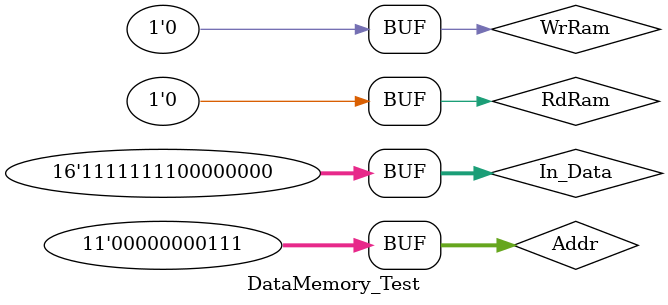
<source format=v>
`timescale 1ns / 1ps


module DataMemory_Test;

	// Inputs
	reg RdRam;
	reg WrRam;
	reg [10:0] Addr;
	reg [15:0] In_Data;

	// Outputs
	wire [15:0] Out_Data;

	// Instantiate the Unit Under Test (UUT)
	Data_Memory uut (
		.RdRam(RdRam), 
		.WrRam(WrRam), 
		.Addr(Addr), 
		.In_Data(In_Data), 
		.Out_Data(Out_Data)
	);

	initial begin
		// Initialize Inputs
		RdRam = 0;
		WrRam = 0;
		Addr = 0;
		In_Data = 0;

		// Wait 100 ns for global reset to finish
		#10;
        
		// Add stimulus here
		Addr = 'b11111111111;
		RdRam = 1;
		#300;
		RdRam = 0;
		
		In_Data = 'b1111111100000000;
		Addr = 'b00000000111;
		WrRam = 1;
		#300;
		WrRam = 0;
	end
      
endmodule


</source>
